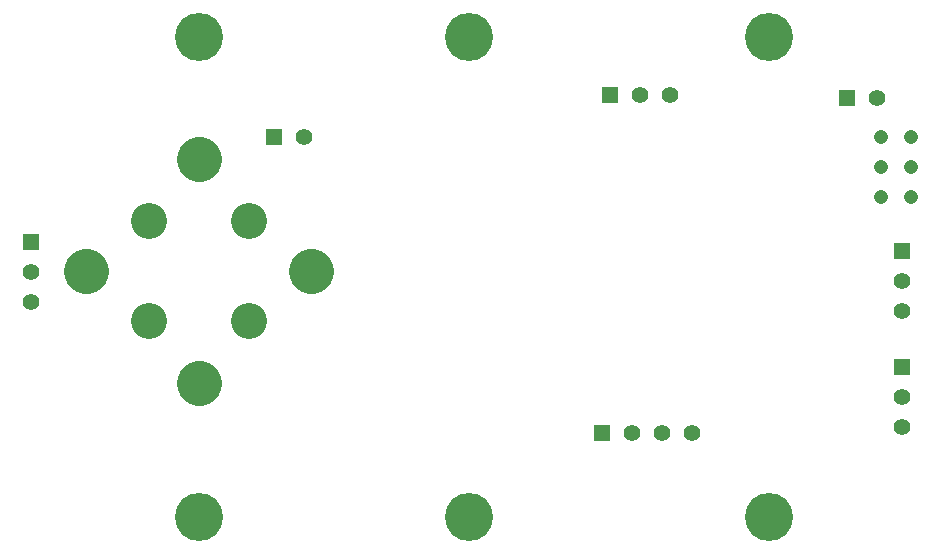
<source format=gbs>
G04 ( created by brdgerber.py ( brdgerber.py v0.1 2014-03-12 ) ) date 2021-04-12 03:42:33 EDT*
G04 Gerber Fmt 3.4, Leading zero omitted, Abs format*
%MOIN*%
%FSLAX34Y34*%
G01*
G70*
G90*
G04 APERTURE LIST*
%ADD16R,0.0709X0.0629*%
%ADD10R,0.0866X0.0236*%
%ADD18R,0.0177X0.0787*%
%ADD14R,0.0260X0.0800*%
%ADD15R,0.0472X0.0275*%
%ADD23R,0.0760X0.2100*%
%ADD26C,0.1600*%
%ADD21R,0.0800X0.0600*%
%ADD25R,0.0600X0.0800*%
%ADD12C,0.0550*%
%ADD17R,0.0945X0.1575*%
%ADD20C,0.1500*%
%ADD13R,0.0629X0.0709*%
%ADD19R,0.0787X0.0177*%
%ADD24C,0.1200*%
%ADD11R,0.0550X0.0550*%
%ADD22C,0.0471*%
G04 APERTURE END LIST*
G54D16*
D11*
X23600Y24950D03*
D12*
X24600Y24950D03*
D11*
X15450Y13800D03*
D12*
X16450Y13800D03*
D12*
X17450Y13800D03*
D12*
X18450Y13800D03*
D11*
X25450Y16000D03*
D12*
X25450Y15000D03*
D12*
X25450Y14000D03*
D11*
X15700Y25050D03*
D12*
X16700Y25050D03*
D12*
X17700Y25050D03*
D11*
X04500Y23650D03*
D12*
X05500Y23650D03*
D11*
X-03600Y20150D03*
D12*
X-03600Y19150D03*
D12*
X-03600Y18150D03*
D11*
X25450Y19850D03*
D12*
X25450Y18850D03*
D12*
X25450Y17850D03*
D20*
G01X05740Y19200D02*
G01X05740Y19200D01*
D20*
G01X02000Y22940D02*
G01X02000Y22940D01*
D20*
G01X-01740Y19200D02*
G01X-01740Y19200D01*
D20*
G01X02000Y15460D02*
G01X02000Y15460D01*
D22*
G01X24750Y23650D02*
G01X24750Y23650D01*
D22*
G01X25750Y23650D02*
G01X25750Y23650D01*
D22*
G01X24750Y22650D02*
G01X24750Y22650D01*
D22*
G01X25750Y22650D02*
G01X25750Y22650D01*
D22*
G01X24750Y21650D02*
G01X24750Y21650D01*
D22*
G01X25750Y21650D02*
G01X25750Y21650D01*
D24*
G01X00330Y17530D02*
G01X00330Y17530D01*
D24*
G01X03670Y17530D02*
G01X03670Y17530D01*
D24*
G01X03670Y20870D02*
G01X03670Y20870D01*
D24*
G01X00330Y20870D02*
G01X00330Y20870D01*
D26*
X02000Y11000D03*
D26*
X11000Y11000D03*
D26*
X02000Y27000D03*
D26*
X21000Y27000D03*
D26*
X11000Y27000D03*
D26*
X21000Y11000D03*
M02*

</source>
